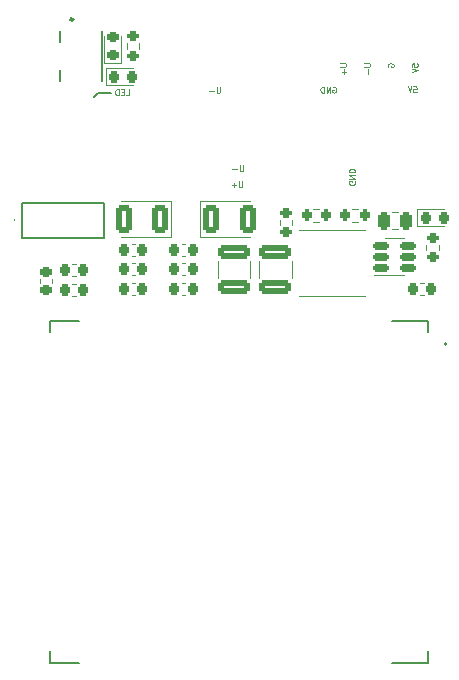
<source format=gbr>
%TF.GenerationSoftware,KiCad,Pcbnew,(6.0.2-0)*%
%TF.CreationDate,2022-10-30T17:20:58+00:00*%
%TF.ProjectId,p3-cellular-module,70332d63-656c-46c7-956c-61722d6d6f64,rev?*%
%TF.SameCoordinates,Original*%
%TF.FileFunction,Legend,Bot*%
%TF.FilePolarity,Positive*%
%FSLAX46Y46*%
G04 Gerber Fmt 4.6, Leading zero omitted, Abs format (unit mm)*
G04 Created by KiCad (PCBNEW (6.0.2-0)) date 2022-10-30 17:20:58*
%MOMM*%
%LPD*%
G01*
G04 APERTURE LIST*
G04 Aperture macros list*
%AMRoundRect*
0 Rectangle with rounded corners*
0 $1 Rounding radius*
0 $2 $3 $4 $5 $6 $7 $8 $9 X,Y pos of 4 corners*
0 Add a 4 corners polygon primitive as box body*
4,1,4,$2,$3,$4,$5,$6,$7,$8,$9,$2,$3,0*
0 Add four circle primitives for the rounded corners*
1,1,$1+$1,$2,$3*
1,1,$1+$1,$4,$5*
1,1,$1+$1,$6,$7*
1,1,$1+$1,$8,$9*
0 Add four rect primitives between the rounded corners*
20,1,$1+$1,$2,$3,$4,$5,0*
20,1,$1+$1,$4,$5,$6,$7,0*
20,1,$1+$1,$6,$7,$8,$9,0*
20,1,$1+$1,$8,$9,$2,$3,0*%
G04 Aperture macros list end*
%ADD10C,0.150000*%
%ADD11C,0.125000*%
%ADD12C,0.120000*%
%ADD13C,0.127000*%
%ADD14C,0.200000*%
%ADD15C,0.250000*%
%ADD16C,0.001000*%
%ADD17C,0.500000*%
%ADD18C,3.800000*%
%ADD19R,1.350000X1.350000*%
%ADD20O,1.350000X1.350000*%
%ADD21RoundRect,0.200000X-0.200000X-0.275000X0.200000X-0.275000X0.200000X0.275000X-0.200000X0.275000X0*%
%ADD22RoundRect,0.250000X-0.412500X-0.925000X0.412500X-0.925000X0.412500X0.925000X-0.412500X0.925000X0*%
%ADD23RoundRect,0.218750X-0.256250X0.218750X-0.256250X-0.218750X0.256250X-0.218750X0.256250X0.218750X0*%
%ADD24R,1.650000X2.300000*%
%ADD25RoundRect,0.200000X-0.275000X0.200000X-0.275000X-0.200000X0.275000X-0.200000X0.275000X0.200000X0*%
%ADD26R,1.200000X4.700000*%
%ADD27RoundRect,0.250000X0.412500X0.925000X-0.412500X0.925000X-0.412500X-0.925000X0.412500X-0.925000X0*%
%ADD28RoundRect,0.225000X-0.225000X-0.250000X0.225000X-0.250000X0.225000X0.250000X-0.225000X0.250000X0*%
%ADD29RoundRect,0.200000X0.275000X-0.200000X0.275000X0.200000X-0.275000X0.200000X-0.275000X-0.200000X0*%
%ADD30RoundRect,0.225000X0.225000X0.250000X-0.225000X0.250000X-0.225000X-0.250000X0.225000X-0.250000X0*%
%ADD31RoundRect,0.250000X-0.250000X-0.475000X0.250000X-0.475000X0.250000X0.475000X-0.250000X0.475000X0*%
%ADD32RoundRect,0.250000X-1.100000X0.325000X-1.100000X-0.325000X1.100000X-0.325000X1.100000X0.325000X0*%
%ADD33RoundRect,0.218750X-0.218750X-0.256250X0.218750X-0.256250X0.218750X0.256250X-0.218750X0.256250X0*%
%ADD34R,1.000000X0.900000*%
%ADD35R,0.550000X1.700000*%
%ADD36O,2.500000X0.800000*%
%ADD37O,0.800000X2.500000*%
%ADD38R,2.000000X3.000000*%
%ADD39R,1.100000X1.100000*%
%ADD40RoundRect,0.218750X0.256250X-0.218750X0.256250X0.218750X-0.256250X0.218750X-0.256250X-0.218750X0*%
%ADD41RoundRect,0.150000X-0.512500X-0.150000X0.512500X-0.150000X0.512500X0.150000X-0.512500X0.150000X0*%
G04 APERTURE END LIST*
D10*
X134150000Y-95500000D02*
X133050000Y-95500000D01*
X133050000Y-95500000D02*
X132700000Y-95850000D01*
D11*
X159778869Y-94976190D02*
X160016964Y-94976190D01*
X160040773Y-95214285D01*
X160016964Y-95190476D01*
X159969345Y-95166666D01*
X159850297Y-95166666D01*
X159802678Y-95190476D01*
X159778869Y-95214285D01*
X159755059Y-95261904D01*
X159755059Y-95380952D01*
X159778869Y-95428571D01*
X159802678Y-95452380D01*
X159850297Y-95476190D01*
X159969345Y-95476190D01*
X160016964Y-95452380D01*
X160040773Y-95428571D01*
X159612202Y-94976190D02*
X159445535Y-95476190D01*
X159278869Y-94976190D01*
X155626190Y-93019940D02*
X156030952Y-93019940D01*
X156078571Y-93043750D01*
X156102380Y-93067559D01*
X156126190Y-93115178D01*
X156126190Y-93210416D01*
X156102380Y-93258035D01*
X156078571Y-93281845D01*
X156030952Y-93305654D01*
X155626190Y-93305654D01*
X155935714Y-93543750D02*
X155935714Y-93924702D01*
X152949107Y-95025000D02*
X152996726Y-95001190D01*
X153068154Y-95001190D01*
X153139583Y-95025000D01*
X153187202Y-95072619D01*
X153211011Y-95120238D01*
X153234821Y-95215476D01*
X153234821Y-95286904D01*
X153211011Y-95382142D01*
X153187202Y-95429761D01*
X153139583Y-95477380D01*
X153068154Y-95501190D01*
X153020535Y-95501190D01*
X152949107Y-95477380D01*
X152925297Y-95453571D01*
X152925297Y-95286904D01*
X153020535Y-95286904D01*
X152711011Y-95501190D02*
X152711011Y-95001190D01*
X152425297Y-95501190D01*
X152425297Y-95001190D01*
X152187202Y-95501190D02*
X152187202Y-95001190D01*
X152068154Y-95001190D01*
X151996726Y-95025000D01*
X151949107Y-95072619D01*
X151925297Y-95120238D01*
X151901488Y-95215476D01*
X151901488Y-95286904D01*
X151925297Y-95382142D01*
X151949107Y-95429761D01*
X151996726Y-95477380D01*
X152068154Y-95501190D01*
X152187202Y-95501190D01*
X145355059Y-101626190D02*
X145355059Y-102030952D01*
X145331250Y-102078571D01*
X145307440Y-102102380D01*
X145259821Y-102126190D01*
X145164583Y-102126190D01*
X145116964Y-102102380D01*
X145093154Y-102078571D01*
X145069345Y-102030952D01*
X145069345Y-101626190D01*
X144831250Y-101935714D02*
X144450297Y-101935714D01*
X157625000Y-93299702D02*
X157601190Y-93252083D01*
X157601190Y-93180654D01*
X157625000Y-93109226D01*
X157672619Y-93061607D01*
X157720238Y-93037797D01*
X157815476Y-93013988D01*
X157886904Y-93013988D01*
X157982142Y-93037797D01*
X158029761Y-93061607D01*
X158077380Y-93109226D01*
X158101190Y-93180654D01*
X158101190Y-93228273D01*
X158077380Y-93299702D01*
X158053571Y-93323511D01*
X157886904Y-93323511D01*
X157886904Y-93228273D01*
X143405059Y-95026190D02*
X143405059Y-95430952D01*
X143381250Y-95478571D01*
X143357440Y-95502380D01*
X143309821Y-95526190D01*
X143214583Y-95526190D01*
X143166964Y-95502380D01*
X143143154Y-95478571D01*
X143119345Y-95430952D01*
X143119345Y-95026190D01*
X142881250Y-95335714D02*
X142500297Y-95335714D01*
X135431250Y-95726190D02*
X135669345Y-95726190D01*
X135669345Y-95226190D01*
X135264583Y-95464285D02*
X135097916Y-95464285D01*
X135026488Y-95726190D02*
X135264583Y-95726190D01*
X135264583Y-95226190D01*
X135026488Y-95226190D01*
X134812202Y-95726190D02*
X134812202Y-95226190D01*
X134693154Y-95226190D01*
X134621726Y-95250000D01*
X134574107Y-95297619D01*
X134550297Y-95345238D01*
X134526488Y-95440476D01*
X134526488Y-95511904D01*
X134550297Y-95607142D01*
X134574107Y-95654761D01*
X134621726Y-95702380D01*
X134693154Y-95726190D01*
X134812202Y-95726190D01*
X154800000Y-103024107D02*
X154823809Y-103071726D01*
X154823809Y-103143154D01*
X154800000Y-103214583D01*
X154752380Y-103262202D01*
X154704761Y-103286011D01*
X154609523Y-103309821D01*
X154538095Y-103309821D01*
X154442857Y-103286011D01*
X154395238Y-103262202D01*
X154347619Y-103214583D01*
X154323809Y-103143154D01*
X154323809Y-103095535D01*
X154347619Y-103024107D01*
X154371428Y-103000297D01*
X154538095Y-103000297D01*
X154538095Y-103095535D01*
X154323809Y-102786011D02*
X154823809Y-102786011D01*
X154323809Y-102500297D01*
X154823809Y-102500297D01*
X154323809Y-102262202D02*
X154823809Y-102262202D01*
X154823809Y-102143154D01*
X154800000Y-102071726D01*
X154752380Y-102024107D01*
X154704761Y-102000297D01*
X154609523Y-101976488D01*
X154538095Y-101976488D01*
X154442857Y-102000297D01*
X154395238Y-102024107D01*
X154347619Y-102071726D01*
X154323809Y-102143154D01*
X154323809Y-102262202D01*
X153601190Y-93019940D02*
X154005952Y-93019940D01*
X154053571Y-93043750D01*
X154077380Y-93067559D01*
X154101190Y-93115178D01*
X154101190Y-93210416D01*
X154077380Y-93258035D01*
X154053571Y-93281845D01*
X154005952Y-93305654D01*
X153601190Y-93305654D01*
X153910714Y-93543750D02*
X153910714Y-93924702D01*
X154101190Y-93734226D02*
X153720238Y-93734226D01*
X159626190Y-93296130D02*
X159626190Y-93058035D01*
X159864285Y-93034226D01*
X159840476Y-93058035D01*
X159816666Y-93105654D01*
X159816666Y-93224702D01*
X159840476Y-93272321D01*
X159864285Y-93296130D01*
X159911904Y-93319940D01*
X160030952Y-93319940D01*
X160078571Y-93296130D01*
X160102380Y-93272321D01*
X160126190Y-93224702D01*
X160126190Y-93105654D01*
X160102380Y-93058035D01*
X160078571Y-93034226D01*
X159626190Y-93462797D02*
X160126190Y-93629464D01*
X159626190Y-93796130D01*
X145305059Y-103026190D02*
X145305059Y-103430952D01*
X145281250Y-103478571D01*
X145257440Y-103502380D01*
X145209821Y-103526190D01*
X145114583Y-103526190D01*
X145066964Y-103502380D01*
X145043154Y-103478571D01*
X145019345Y-103430952D01*
X145019345Y-103026190D01*
X144781250Y-103335714D02*
X144400297Y-103335714D01*
X144590773Y-103526190D02*
X144590773Y-103145238D01*
D12*
%TO.C,R3*%
X154587742Y-106422500D02*
X155062258Y-106422500D01*
X154587742Y-105377500D02*
X155062258Y-105377500D01*
%TO.C,C9*%
X141740000Y-104690000D02*
X145950000Y-104690000D01*
X141740000Y-107710000D02*
X141740000Y-104690000D01*
X145950000Y-107710000D02*
X141740000Y-107710000D01*
%TO.C,L2*%
X128140000Y-111287221D02*
X128140000Y-111612779D01*
X129160000Y-111287221D02*
X129160000Y-111612779D01*
D13*
%TO.C,E1*%
X126600000Y-107825000D02*
X126600000Y-104825000D01*
X126600000Y-107825000D02*
X133600000Y-107825000D01*
X133600000Y-104825000D02*
X126600000Y-104825000D01*
X133600000Y-107825000D02*
X133600000Y-104825000D01*
D14*
X126000000Y-106325000D02*
G75*
G03*
X126000000Y-106325000I-100000J0D01*
G01*
D12*
%TO.C,R4*%
X160877500Y-108362742D02*
X160877500Y-108837258D01*
X161922500Y-108362742D02*
X161922500Y-108837258D01*
%TO.C,R2*%
X151312742Y-106422500D02*
X151787258Y-106422500D01*
X151312742Y-105377500D02*
X151787258Y-105377500D01*
%TO.C,L1*%
X155719000Y-107131000D02*
X150131000Y-107131000D01*
X150131000Y-112719000D02*
X155719000Y-112719000D01*
%TO.C,C5*%
X139260000Y-107710000D02*
X135050000Y-107710000D01*
X139260000Y-104690000D02*
X139260000Y-107710000D01*
X135050000Y-104690000D02*
X139260000Y-104690000D01*
%TO.C,C11*%
X140159420Y-110960000D02*
X140440580Y-110960000D01*
X140159420Y-109940000D02*
X140440580Y-109940000D01*
%TO.C,C10*%
X140159420Y-112610000D02*
X140440580Y-112610000D01*
X140159420Y-111590000D02*
X140440580Y-111590000D01*
%TO.C,R1*%
X148477500Y-106737258D02*
X148477500Y-106262742D01*
X149522500Y-106737258D02*
X149522500Y-106262742D01*
%TO.C,C7*%
X136190580Y-109940000D02*
X135909420Y-109940000D01*
X136190580Y-110960000D02*
X135909420Y-110960000D01*
%TO.C,C17*%
X130909420Y-112710000D02*
X131190580Y-112710000D01*
X130909420Y-111690000D02*
X131190580Y-111690000D01*
%TO.C,C1*%
X157938748Y-105615000D02*
X158461252Y-105615000D01*
X157938748Y-107085000D02*
X158461252Y-107085000D01*
%TO.C,C8*%
X136190580Y-111590000D02*
X135909420Y-111590000D01*
X136190580Y-112610000D02*
X135909420Y-112610000D01*
%TO.C,C3*%
X146740000Y-109788748D02*
X146740000Y-111211252D01*
X149460000Y-109788748D02*
X149460000Y-111211252D01*
%TO.C,D2*%
X160115000Y-106835000D02*
X160115000Y-105365000D01*
X160115000Y-105365000D02*
X162400000Y-105365000D01*
X162400000Y-106835000D02*
X160115000Y-106835000D01*
%TO.C,C12*%
X140159420Y-108290000D02*
X140440580Y-108290000D01*
X140159420Y-109310000D02*
X140440580Y-109310000D01*
%TO.C,C19*%
X143240000Y-109788748D02*
X143240000Y-111211252D01*
X145960000Y-109788748D02*
X145960000Y-111211252D01*
D10*
%TO.C,SW1*%
X129875000Y-90300000D02*
X129875000Y-91175000D01*
X129875000Y-94500000D02*
X129875000Y-93625000D01*
X133425000Y-90300000D02*
X133425000Y-94500000D01*
D15*
X130975000Y-89300001D02*
G75*
G03*
X130975000Y-89300001I-125000J0D01*
G01*
D12*
%TO.C,C6*%
X136190580Y-109310000D02*
X135909420Y-109310000D01*
X136190580Y-108290000D02*
X135909420Y-108290000D01*
%TO.C,C14*%
X130909420Y-111060000D02*
X131190580Y-111060000D01*
X130909420Y-110040000D02*
X131190580Y-110040000D01*
D13*
%TO.C,U2*%
X161000000Y-143800000D02*
X158000000Y-143800000D01*
X161000000Y-114800000D02*
X158000000Y-114800000D01*
X129000000Y-114800000D02*
X129000000Y-115800000D01*
X129000000Y-142800000D02*
X129000000Y-143800000D01*
X129000000Y-114800000D02*
X131500000Y-114800000D01*
X161000000Y-114800000D02*
X161000000Y-115800000D01*
X131500000Y-143800000D02*
X129000000Y-143800000D01*
X161000000Y-142800000D02*
X161000000Y-143800000D01*
D14*
X162600000Y-116800000D02*
G75*
G03*
X162600000Y-116800000I-100000J0D01*
G01*
D12*
%TO.C,R15*%
X135527500Y-91312742D02*
X135527500Y-91787258D01*
X136572500Y-91312742D02*
X136572500Y-91787258D01*
%TO.C,D3*%
X135035000Y-93035000D02*
X133565000Y-93035000D01*
X133565000Y-93035000D02*
X133565000Y-90750000D01*
X135035000Y-90750000D02*
X135035000Y-93035000D01*
%TO.C,D1*%
X136000000Y-94885000D02*
X133715000Y-94885000D01*
X133715000Y-94885000D02*
X133715000Y-93415000D01*
X133715000Y-93415000D02*
X136000000Y-93415000D01*
%TO.C,U1*%
X158200000Y-110960000D02*
X156400000Y-110960000D01*
X158200000Y-107840000D02*
X157400000Y-107840000D01*
X158200000Y-110960000D02*
X159000000Y-110960000D01*
X158200000Y-107840000D02*
X159000000Y-107840000D01*
%TO.C,C2*%
X160640580Y-111640000D02*
X160359420Y-111640000D01*
X160640580Y-112660000D02*
X160359420Y-112660000D01*
%TD*%
%LPC*%
G36*
X133700000Y-101300000D02*
G01*
X126500000Y-101300000D01*
X126500000Y-103900000D01*
X133700000Y-103900000D01*
X133700000Y-101300000D01*
G37*
G36*
X166000000Y-109500000D02*
G01*
X164100000Y-109500000D01*
X164100000Y-100550000D01*
X166000000Y-100550000D01*
X166000000Y-109500000D01*
G37*
G36*
X164800000Y-96050000D02*
G01*
X141900000Y-96050000D01*
X141900000Y-98700000D01*
X164800000Y-98700000D01*
X164800000Y-96050000D01*
G37*
G36*
X141100000Y-96050000D02*
G01*
X124800000Y-96050000D01*
X124800000Y-98700000D01*
X141100000Y-98700000D01*
X141100000Y-96050000D01*
G37*
G36*
X163600000Y-101300000D02*
G01*
X156400000Y-101300000D01*
X156400000Y-103900000D01*
X163600000Y-103900000D01*
X163600000Y-101300000D01*
G37*
G36*
X143700000Y-101300000D02*
G01*
X141900000Y-101300000D01*
X141900000Y-103900000D01*
X143700000Y-103900000D01*
X143700000Y-101300000D01*
G37*
G36*
X141100000Y-101300000D02*
G01*
X136500000Y-101300000D01*
X136500000Y-103900000D01*
X141100000Y-103900000D01*
X141100000Y-101300000D01*
G37*
G36*
X126000000Y-109600000D02*
G01*
X124000000Y-109600000D01*
X124000000Y-100550000D01*
X126000000Y-100550000D01*
X126000000Y-109600000D01*
G37*
G36*
X153700000Y-101300000D02*
G01*
X146500000Y-101300000D01*
X146500000Y-103900000D01*
X153700000Y-103900000D01*
X153700000Y-101300000D01*
G37*
D16*
%TO.C,U2*%
X152100000Y-121300000D02*
X154300000Y-121300000D01*
X154300000Y-121300000D02*
X154300000Y-118600000D01*
X154300000Y-118600000D02*
X153800000Y-118100000D01*
X153800000Y-118100000D02*
X152100000Y-118100000D01*
X152100000Y-118100000D02*
X152100000Y-121300000D01*
G36*
X154300000Y-118600000D02*
G01*
X154300000Y-121300000D01*
X152100000Y-121300000D01*
X152100000Y-118100000D01*
X153800000Y-118100000D01*
X154300000Y-118600000D01*
G37*
X154300000Y-118600000D02*
X154300000Y-121300000D01*
X152100000Y-121300000D01*
X152100000Y-118100000D01*
X153800000Y-118100000D01*
X154300000Y-118600000D01*
%TD*%
D17*
%TO.C,REF\u002A\u002A*%
X159600000Y-99000000D03*
%TD*%
%TO.C,REF\u002A\u002A*%
X160600000Y-99000000D03*
%TD*%
%TO.C,REF\u002A\u002A*%
X160600000Y-100850000D03*
%TD*%
%TO.C,REF\u002A\u002A*%
X158600000Y-100850000D03*
%TD*%
%TO.C,REF\u002A\u002A*%
X157600000Y-100850000D03*
%TD*%
%TO.C,REF\u002A\u002A*%
X161600000Y-100850000D03*
%TD*%
%TO.C,REF\u002A\u002A*%
X159600000Y-100850000D03*
%TD*%
%TO.C,REF\u002A\u002A*%
X162600000Y-100850000D03*
%TD*%
%TO.C,REF\u002A\u002A*%
X161600000Y-99000000D03*
%TD*%
%TO.C,REF\u002A\u002A*%
X162600000Y-99000000D03*
%TD*%
%TO.C,REF\u002A\u002A*%
X157600000Y-99000000D03*
%TD*%
%TO.C,REF\u002A\u002A*%
X158600000Y-99000000D03*
%TD*%
%TO.C,REF\u002A\u002A*%
X149600000Y-99000000D03*
%TD*%
%TO.C,REF\u002A\u002A*%
X150600000Y-99000000D03*
%TD*%
%TO.C,REF\u002A\u002A*%
X150600000Y-100850000D03*
%TD*%
%TO.C,REF\u002A\u002A*%
X148600000Y-100850000D03*
%TD*%
%TO.C,REF\u002A\u002A*%
X147600000Y-100850000D03*
%TD*%
%TO.C,REF\u002A\u002A*%
X151600000Y-100850000D03*
%TD*%
%TO.C,REF\u002A\u002A*%
X149600000Y-100850000D03*
%TD*%
%TO.C,REF\u002A\u002A*%
X152600000Y-100850000D03*
%TD*%
%TO.C,REF\u002A\u002A*%
X151600000Y-99000000D03*
%TD*%
%TO.C,REF\u002A\u002A*%
X152600000Y-99000000D03*
%TD*%
%TO.C,REF\u002A\u002A*%
X147600000Y-99000000D03*
%TD*%
%TO.C,REF\u002A\u002A*%
X148600000Y-99000000D03*
%TD*%
%TO.C,REF\u002A\u002A*%
X139600000Y-99000000D03*
%TD*%
%TO.C,REF\u002A\u002A*%
X140600000Y-99000000D03*
%TD*%
%TO.C,REF\u002A\u002A*%
X140600000Y-100850000D03*
%TD*%
%TO.C,REF\u002A\u002A*%
X138600000Y-100850000D03*
%TD*%
%TO.C,REF\u002A\u002A*%
X137600000Y-100850000D03*
%TD*%
%TO.C,REF\u002A\u002A*%
X141600000Y-100850000D03*
%TD*%
%TO.C,REF\u002A\u002A*%
X139600000Y-100850000D03*
%TD*%
%TO.C,REF\u002A\u002A*%
X142600000Y-100850000D03*
%TD*%
%TO.C,REF\u002A\u002A*%
X141600000Y-99000000D03*
%TD*%
%TO.C,REF\u002A\u002A*%
X142600000Y-99000000D03*
%TD*%
%TO.C,REF\u002A\u002A*%
X137600000Y-99000000D03*
%TD*%
%TO.C,REF\u002A\u002A*%
X138600000Y-99000000D03*
%TD*%
%TO.C,REF\u002A\u002A*%
X129600000Y-100850000D03*
%TD*%
%TO.C,REF\u002A\u002A*%
X130600000Y-100850000D03*
%TD*%
%TO.C,REF\u002A\u002A*%
X131600000Y-100850000D03*
%TD*%
%TO.C,REF\u002A\u002A*%
X132600000Y-100850000D03*
%TD*%
%TO.C,REF\u002A\u002A*%
X127600000Y-100850000D03*
%TD*%
%TO.C,REF\u002A\u002A*%
X128600000Y-100850000D03*
%TD*%
%TO.C,REF\u002A\u002A*%
X132600000Y-99000000D03*
%TD*%
%TO.C,REF\u002A\u002A*%
X131600000Y-99000000D03*
%TD*%
%TO.C,REF\u002A\u002A*%
X130600000Y-99000000D03*
%TD*%
%TO.C,REF\u002A\u002A*%
X129600000Y-99000000D03*
%TD*%
%TO.C,REF\u002A\u002A*%
X128600000Y-99000000D03*
%TD*%
%TO.C,REF\u002A\u002A*%
X127600000Y-99000000D03*
%TD*%
D18*
%TO.C,REF\u002A\u002A*%
X145100000Y-92800000D03*
%TD*%
D19*
%TO.C,J4*%
X159882000Y-91450000D03*
D20*
X157882000Y-91450000D03*
X155882000Y-91450000D03*
X153882000Y-91450000D03*
%TD*%
D21*
%TO.C,R3*%
X154000000Y-105900000D03*
X155650000Y-105900000D03*
%TD*%
D22*
%TO.C,C9*%
X142662500Y-106200000D03*
X145737500Y-106200000D03*
%TD*%
D23*
%TO.C,L2*%
X128650000Y-110662500D03*
X128650000Y-112237500D03*
%TD*%
D24*
%TO.C,E1*%
X127775000Y-106325000D03*
X132425000Y-106325000D03*
%TD*%
D25*
%TO.C,R4*%
X161400000Y-107775000D03*
X161400000Y-109425000D03*
%TD*%
D21*
%TO.C,R2*%
X150725000Y-105900000D03*
X152375000Y-105900000D03*
%TD*%
D26*
%TO.C,L1*%
X154580000Y-109925000D03*
X151270000Y-109925000D03*
%TD*%
D27*
%TO.C,C5*%
X138337500Y-106200000D03*
X135262500Y-106200000D03*
%TD*%
D28*
%TO.C,C11*%
X139525000Y-110450000D03*
X141075000Y-110450000D03*
%TD*%
%TO.C,C10*%
X139525000Y-112100000D03*
X141075000Y-112100000D03*
%TD*%
D29*
%TO.C,R1*%
X149000000Y-107325000D03*
X149000000Y-105675000D03*
%TD*%
D30*
%TO.C,C7*%
X136825000Y-110450000D03*
X135275000Y-110450000D03*
%TD*%
D28*
%TO.C,C17*%
X130275000Y-112200000D03*
X131825000Y-112200000D03*
%TD*%
D31*
%TO.C,C1*%
X157250000Y-106350000D03*
X159150000Y-106350000D03*
%TD*%
D30*
%TO.C,C8*%
X136825000Y-112100000D03*
X135275000Y-112100000D03*
%TD*%
D32*
%TO.C,C3*%
X148100000Y-109025000D03*
X148100000Y-111975000D03*
%TD*%
D33*
%TO.C,D2*%
X160812500Y-106100000D03*
X162387500Y-106100000D03*
%TD*%
D28*
%TO.C,C12*%
X139525000Y-108800000D03*
X141075000Y-108800000D03*
%TD*%
D32*
%TO.C,C19*%
X144600000Y-109025000D03*
X144600000Y-111975000D03*
%TD*%
D34*
%TO.C,SW1*%
X130850000Y-90350001D03*
X130850000Y-94449999D03*
X132450000Y-90350001D03*
X132450000Y-94449999D03*
D35*
X130225000Y-92400000D03*
%TD*%
D30*
%TO.C,C6*%
X136825000Y-108800000D03*
X135275000Y-108800000D03*
%TD*%
D28*
%TO.C,C14*%
X130275000Y-110550000D03*
X131825000Y-110550000D03*
%TD*%
D36*
%TO.C,U2*%
X160750000Y-116700000D03*
X160750000Y-118000000D03*
X160750000Y-119300000D03*
X160750000Y-120600000D03*
X160750000Y-121900000D03*
X160750000Y-123200000D03*
X160750000Y-124500000D03*
X160750000Y-128900000D03*
X160750000Y-130200000D03*
X160750000Y-131500000D03*
X160750000Y-132800000D03*
X160750000Y-134100000D03*
X160750000Y-135400000D03*
X160750000Y-136700000D03*
X160750000Y-138000000D03*
X160750000Y-139300000D03*
X160750000Y-140600000D03*
X160750000Y-141900000D03*
D37*
X154550000Y-143550000D03*
X153250000Y-143550000D03*
X151950000Y-143550000D03*
X150650000Y-143550000D03*
X149350000Y-143550000D03*
X148050000Y-143550000D03*
X146750000Y-143550000D03*
X145450000Y-143550000D03*
X144150000Y-143550000D03*
X142850000Y-143550000D03*
X141550000Y-143550000D03*
X140250000Y-143550000D03*
X138950000Y-143550000D03*
X137650000Y-143550000D03*
X136350000Y-143550000D03*
X135050000Y-143550000D03*
X133750000Y-143550000D03*
X132450000Y-143550000D03*
D36*
X129250000Y-141900000D03*
X129250000Y-140600000D03*
X129250000Y-139300000D03*
X129250000Y-138000000D03*
X129250000Y-136700000D03*
X129250000Y-135400000D03*
X129250000Y-134100000D03*
X129250000Y-132800000D03*
X129250000Y-131500000D03*
X129250000Y-130200000D03*
X129250000Y-128900000D03*
X129250000Y-124500000D03*
X129250000Y-123200000D03*
X129250000Y-121900000D03*
X129250000Y-120600000D03*
X129250000Y-119300000D03*
X129250000Y-118000000D03*
X129250000Y-116700000D03*
D37*
X132450000Y-115050000D03*
X133750000Y-115050000D03*
X135050000Y-115050000D03*
X136350000Y-115050000D03*
X137650000Y-115050000D03*
X138950000Y-115050000D03*
X140250000Y-115050000D03*
X141550000Y-115050000D03*
X142850000Y-115050000D03*
X144150000Y-115050000D03*
X145450000Y-115050000D03*
X146750000Y-115050000D03*
X148050000Y-115050000D03*
X149350000Y-115050000D03*
X150650000Y-115050000D03*
X151950000Y-115050000D03*
X153250000Y-115050000D03*
X154550000Y-115050000D03*
D38*
X136800000Y-119700000D03*
X136800000Y-124500000D03*
X136800000Y-129300000D03*
X136800000Y-134100000D03*
X136800000Y-138900000D03*
X140000000Y-119700000D03*
X140000000Y-124500000D03*
X140000000Y-129300000D03*
X140000000Y-134100000D03*
X140000000Y-138900000D03*
X143400000Y-119700000D03*
X143400000Y-124500000D03*
X143400000Y-134100000D03*
X143400000Y-138900000D03*
X146600000Y-119700000D03*
X146600000Y-124500000D03*
X146600000Y-134100000D03*
X146600000Y-138900000D03*
X150000000Y-119700000D03*
X150000000Y-124500000D03*
X150000000Y-129300000D03*
X150000000Y-134100000D03*
X150000000Y-138900000D03*
X153200000Y-124500000D03*
X153200000Y-129300000D03*
X153200000Y-134100000D03*
X153200000Y-138900000D03*
D37*
X155850000Y-115050000D03*
X157150000Y-115050000D03*
X155850000Y-143550000D03*
X157150000Y-143550000D03*
D39*
X156000000Y-118300000D03*
X156000000Y-120300000D03*
X156000000Y-122300000D03*
X156000000Y-124300000D03*
X156000000Y-126300000D03*
X156000000Y-128300000D03*
X156000000Y-130300000D03*
X156000000Y-132300000D03*
X156000000Y-134300000D03*
X156000000Y-136300000D03*
X156000000Y-138300000D03*
X156000000Y-140300000D03*
X158000000Y-118300000D03*
X158000000Y-120300000D03*
X158000000Y-122300000D03*
X158000000Y-124300000D03*
X158000000Y-126300000D03*
X158000000Y-128300000D03*
X158000000Y-130300000D03*
X158000000Y-132300000D03*
X158000000Y-134300000D03*
X158000000Y-136300000D03*
X158000000Y-138300000D03*
X158000000Y-140300000D03*
D36*
X160750000Y-126300000D03*
X160750000Y-127600000D03*
X129250000Y-127600000D03*
X129250000Y-126300000D03*
%TD*%
D25*
%TO.C,R15*%
X136050000Y-90725000D03*
X136050000Y-92375000D03*
%TD*%
D40*
%TO.C,D3*%
X134300000Y-92337500D03*
X134300000Y-90762500D03*
%TD*%
D33*
%TO.C,D1*%
X134412500Y-94150000D03*
X135987500Y-94150000D03*
%TD*%
D41*
%TO.C,U1*%
X157062500Y-110350000D03*
X157062500Y-109400000D03*
X157062500Y-108450000D03*
X159337500Y-108450000D03*
X159337500Y-109400000D03*
X159337500Y-110350000D03*
%TD*%
D30*
%TO.C,C2*%
X161275000Y-112150000D03*
X159725000Y-112150000D03*
%TD*%
M02*

</source>
